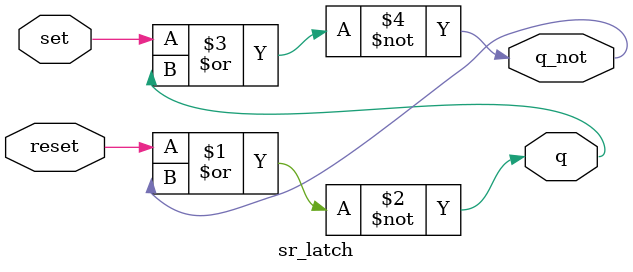
<source format=v>
`default_nettype none
module sr_latch (
    input       set,    // Input: Set signal
    input       reset,  // Input: Reset signal
    output wire q,      // Output: Q
    output wire q_not   // Output: Not Q
);

  // SR latch using NOR gates
  assign q = ~(reset | q_not);
  assign q_not = ~(set | q);

endmodule

</source>
